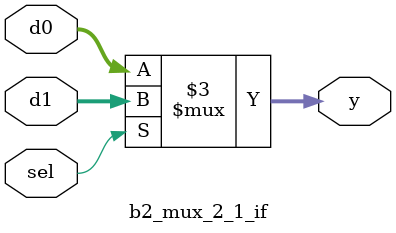
<source format=v>
module b2_mux_2_1_if
(
  input      [1:0] d0,
  input      [1:0] d1,
  input            sel,
  output reg [1:0] y
);

  always @ (*)
  begin
    if(sel)
      y = d1;
    else 
      y = d0;
  end
endmodule
</source>
